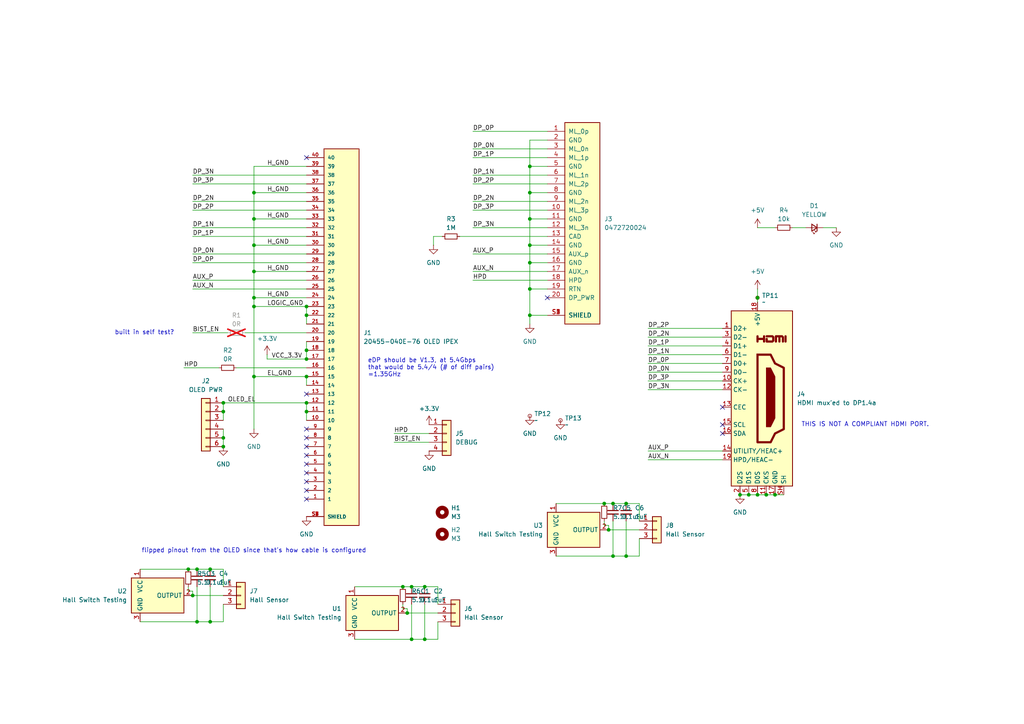
<source format=kicad_sch>
(kicad_sch (version 20240417) (generator "eeschema") (generator_version "8.99")
  (paper "A4")
  (lib_symbols
    (symbol "Connector:HDMI_A_1.4"
      (property "Reference" "J" (at -6.35 26.67 0))
      (property "Value" "HDMI_A_1.4" (at 10.16 26.67 0))
      (symbol "HDMI_A_1.4_0_0"
        (polyline (pts (xy 0 16.51) (xy 0 18.034) (xy 0 17.272) (xy 1.905 17.272) (xy 1.905 18.034) (xy 1.905 16.51)) (stroke (width 0.635)))
        (polyline (pts (xy 2.667 18.034) (xy 4.318 18.034) (xy 4.572 17.78) (xy 4.572 16.764) (xy 4.318 16.51) (xy 2.667 16.51) (xy 2.667 17.272)) (stroke (width 0.635)))
        (polyline (pts (xy 8.128 16.51) (xy 8.128 18.034)) (stroke (width 0.635)))
      )
      (symbol "HDMI_A_1.4_0_1"
        (rectangle (start -7.62 25.4) (end 10.16 -25.4) (stroke (width 0.254)) (fill (type background)))
        (polyline (pts (xy 0 12.7) (xy 0 -12.7) (xy 3.81 -12.7) (xy 5.08 -10.16) (xy 7.62 -8.89) (xy 7.62 8.89) (xy 5.08 10.16) (xy 3.81 12.7) (xy 0 12.7)) (stroke (width 0.635)))
        (polyline (pts (xy 2.54 8.89) (xy 3.81 8.89) (xy 5.08 6.35) (xy 5.08 -5.715) (xy 3.81 -8.255) (xy 2.54 -8.255) (xy 2.54 8.89)) (fill (type outline)))
        (polyline (pts (xy 5.334 16.51) (xy 5.334 18.034) (xy 6.35 18.034) (xy 6.35 16.51) (xy 6.35 18.034) (xy 7.112 18.034) (xy 7.366 17.78) (xy 7.366 16.51)) (stroke (width 0.635)))
      )
      (symbol "HDMI_A_1.4_1_1"
        (pin passive line (at -10.16 20.32 0) (length 2.54) (name "D2+") (number "1"))
        (pin passive line (at -10.16 5.08 0) (length 2.54) (name "CK+") (number "10"))
        (pin power_in line (at 2.54 -27.94 90) (length 2.54) (name "CKS") (number "11"))
        (pin passive line (at -10.16 2.54 0) (length 2.54) (name "CK-") (number "12"))
        (pin bidirectional line (at -10.16 -2.54 0) (length 2.54) (name "CEC") (number "13"))
        (pin passive line (at -10.16 -15.24 0) (length 2.54) (name "UTILITY/HEAC+") (number "14"))
        (pin passive line (at -10.16 -7.62 0) (length 2.54) (name "SCL") (number "15"))
        (pin bidirectional line (at -10.16 -10.16 0) (length 2.54) (name "SDA") (number "16"))
        (pin power_in line (at 5.08 -27.94 90) (length 2.54) (name "GND") (number "17"))
        (pin power_in line (at 0 27.94 270) (length 2.54) (name "+5V") (number "18"))
        (pin passive line (at -10.16 -17.78 0) (length 2.54) (name "HPD/HEAC-") (number "19"))
        (pin power_in line (at -5.08 -27.94 90) (length 2.54) (name "D2S") (number "2"))
        (pin passive line (at -10.16 17.78 0) (length 2.54) (name "D2-") (number "3"))
        (pin passive line (at -10.16 15.24 0) (length 2.54) (name "D1+") (number "4"))
        (pin power_in line (at -2.54 -27.94 90) (length 2.54) (name "D1S") (number "5"))
        (pin passive line (at -10.16 12.7 0) (length 2.54) (name "D1-") (number "6"))
        (pin passive line (at -10.16 10.16 0) (length 2.54) (name "D0+") (number "7"))
        (pin power_in line (at 0 -27.94 90) (length 2.54) (name "D0S") (number "8"))
        (pin passive line (at -10.16 7.62 0) (length 2.54) (name "D0-") (number "9"))
        (pin passive line (at 7.62 -27.94 90) (length 2.54) (name "SH") (number "SH"))
      )
    )
    (symbol "Connector:TestPoint_Small" (pin_numbers hide) (pin_names (offset 0.762) hide)
      (property "Reference" "TP" (at 0 3.81 0))
      (property "Value" "TestPoint_Small" (at 0 2.032 0))
      (symbol "TestPoint_Small_0_1"
        (circle (center 0 0) (radius 0.508))
      )
      (symbol "TestPoint_Small_1_1"
        (pin passive line (at 0 0 90) (length 0) (name "1") (number "1"))
      )
    )
    (symbol "Connector_Generic:Conn_01x03" (pin_names (offset 1.016) hide)
      (property "Reference" "J" (at 0 5.08 0))
      (property "Value" "Conn_01x03" (at 0 -5.08 0))
      (symbol "Conn_01x03_1_1"
        (rectangle (start -1.27 3.81) (end 1.27 -3.81) (stroke (width 0.254)) (fill (type background)))
        (rectangle (start -1.27 2.667) (end 0 2.413) (stroke (width 0.1524)))
        (rectangle (start -1.27 0.127) (end 0 -0.127) (stroke (width 0.1524)))
        (rectangle (start -1.27 -2.413) (end 0 -2.667) (stroke (width 0.1524)))
        (pin passive line (at -5.08 2.54 0) (length 3.81) (name "Pin_1") (number "1"))
        (pin passive line (at -5.08 0 0) (length 3.81) (name "Pin_2") (number "2"))
        (pin passive line (at -5.08 -2.54 0) (length 3.81) (name "Pin_3") (number "3"))
      )
    )
    (symbol "Connector_Generic:Conn_01x04" (pin_names (offset 1.016) hide)
      (property "Reference" "J" (at 0 5.08 0))
      (property "Value" "Conn_01x04" (at 0 -7.62 0))
      (symbol "Conn_01x04_1_1"
        (rectangle (start -1.27 3.81) (end 1.27 -6.35) (stroke (width 0.254)) (fill (type background)))
        (rectangle (start -1.27 2.667) (end 0 2.413) (stroke (width 0.1524)))
        (rectangle (start -1.27 0.127) (end 0 -0.127) (stroke (width 0.1524)))
        (rectangle (start -1.27 -2.413) (end 0 -2.667) (stroke (width 0.1524)))
        (rectangle (start -1.27 -4.953) (end 0 -5.207) (stroke (width 0.1524)))
        (pin passive line (at -5.08 2.54 0) (length 3.81) (name "Pin_1") (number "1"))
        (pin passive line (at -5.08 0 0) (length 3.81) (name "Pin_2") (number "2"))
        (pin passive line (at -5.08 -2.54 0) (length 3.81) (name "Pin_3") (number "3"))
        (pin passive line (at -5.08 -5.08 0) (length 3.81) (name "Pin_4") (number "4"))
      )
    )
    (symbol "Connector_Generic:Conn_01x06" (pin_names (offset 1.016) hide)
      (property "Reference" "J" (at 0 7.62 0))
      (property "Value" "Conn_01x06" (at 0 -10.16 0))
      (symbol "Conn_01x06_1_1"
        (rectangle (start -1.27 6.35) (end 1.27 -8.89) (stroke (width 0.254)) (fill (type background)))
        (rectangle (start -1.27 5.207) (end 0 4.953) (stroke (width 0.1524)))
        (rectangle (start -1.27 2.667) (end 0 2.413) (stroke (width 0.1524)))
        (rectangle (start -1.27 0.127) (end 0 -0.127) (stroke (width 0.1524)))
        (rectangle (start -1.27 -2.413) (end 0 -2.667) (stroke (width 0.1524)))
        (rectangle (start -1.27 -4.953) (end 0 -5.207) (stroke (width 0.1524)))
        (rectangle (start -1.27 -7.493) (end 0 -7.747) (stroke (width 0.1524)))
        (pin passive line (at -5.08 5.08 0) (length 3.81) (name "Pin_1") (number "1"))
        (pin passive line (at -5.08 2.54 0) (length 3.81) (name "Pin_2") (number "2"))
        (pin passive line (at -5.08 0 0) (length 3.81) (name "Pin_3") (number "3"))
        (pin passive line (at -5.08 -2.54 0) (length 3.81) (name "Pin_4") (number "4"))
        (pin passive line (at -5.08 -5.08 0) (length 3.81) (name "Pin_5") (number "5"))
        (pin passive line (at -5.08 -7.62 0) (length 3.81) (name "Pin_6") (number "6"))
      )
    )
    (symbol "DP Connector:0472720024" (pin_names (offset 1.016))
      (property "Reference" "J" (at -5.08 29.21 0))
      (property "Value" "0472720024" (at -5.08 -33.02 0))
      (symbol "0472720024_0_0"
        (rectangle (start -5.08 27.94) (end 5.08 -30.48) (stroke (width 0.254)) (fill (type background)))
        (pin passive line (at -10.16 25.4 0) (length 5.08) (name "ML_0p") (number "1"))
        (pin passive line (at -10.16 2.54 0) (length 5.08) (name "ML_3p") (number "10"))
        (pin passive line (at -10.16 0 0) (length 5.08) (name "GND") (number "11"))
        (pin passive line (at -10.16 -2.54 0) (length 5.08) (name "ML_3n") (number "12"))
        (pin passive line (at -10.16 -5.08 0) (length 5.08) (name "CAD") (number "13"))
        (pin passive line (at -10.16 -7.62 0) (length 5.08) (name "GND") (number "14"))
        (pin passive line (at -10.16 -10.16 0) (length 5.08) (name "AUX_p") (number "15"))
        (pin passive line (at -10.16 -12.7 0) (length 5.08) (name "GND") (number "16"))
        (pin passive line (at -10.16 -15.24 0) (length 5.08) (name "AUX_n") (number "17"))
        (pin passive line (at -10.16 -17.78 0) (length 5.08) (name "HPD") (number "18"))
        (pin passive line (at -10.16 -20.32 0) (length 5.08) (name "RTN") (number "19"))
        (pin passive line (at -10.16 22.86 0) (length 5.08) (name "GND") (number "2"))
        (pin passive line (at -10.16 -22.86 0) (length 5.08) (name "DP_PWR") (number "20"))
        (pin passive line (at -10.16 20.32 0) (length 5.08) (name "ML_0n") (number "3"))
        (pin passive line (at -10.16 17.78 0) (length 5.08) (name "ML_1p") (number "4"))
        (pin passive line (at -10.16 15.24 0) (length 5.08) (name "GND") (number "5"))
        (pin passive line (at -10.16 12.7 0) (length 5.08) (name "ML_1n") (number "6"))
        (pin passive line (at -10.16 10.16 0) (length 5.08) (name "ML_2p") (number "7"))
        (pin passive line (at -10.16 7.62 0) (length 5.08) (name "GND") (number "8"))
        (pin passive line (at -10.16 5.08 0) (length 5.08) (name "ML_2n") (number "9"))
        (pin passive line (at -10.16 -27.94 0) (length 5.08) (name "SHIELD") (number "S1"))
        (pin passive line (at -10.16 -27.94 0) (length 5.08) (name "SHIELD") (number "S2"))
        (pin passive line (at -10.16 -27.94 0) (length 5.08) (name "SHIELD") (number "S3"))
        (pin passive line (at -10.16 -27.94 0) (length 5.08) (name "SHIELD") (number "S4"))
      )
    )
    (symbol "Device:C_Small" (pin_numbers hide) (pin_names (offset 0.254) hide)
      (property "Reference" "C" (at 0.254 1.778 0))
      (property "Value" "C_Small" (at 0.254 -2.032 0))
      (symbol "C_Small_0_1"
        (polyline (pts (xy -1.524 0.508) (xy 1.524 0.508)) (stroke (width 0.3048)))
        (polyline (pts (xy -1.524 -0.508) (xy 1.524 -0.508)) (stroke (width 0.3302)))
      )
      (symbol "C_Small_1_1"
        (pin passive line (at 0 2.54 270) (length 2.032) (name "~") (number "1"))
        (pin passive line (at 0 -2.54 90) (length 2.032) (name "~") (number "2"))
      )
    )
    (symbol "Device:LED_Small" (pin_numbers hide) (pin_names (offset 0.254) hide)
      (property "Reference" "D" (at -1.27 3.175 0))
      (property "Value" "LED_Small" (at -4.445 -2.54 0))
      (symbol "LED_Small_0_1"
        (polyline (pts (xy -0.762 -1.016) (xy -0.762 1.016)) (stroke (width 0.254)))
        (polyline (pts (xy 0 0.762) (xy -0.508 1.27) (xy -0.254 1.27) (xy -0.508 1.27) (xy -0.508 1.016)))
        (polyline (pts (xy 0.508 1.27) (xy 0 1.778) (xy 0.254 1.778) (xy 0 1.778) (xy 0 1.524)))
        (polyline (pts (xy 0.762 -1.016) (xy -0.762 0) (xy 0.762 1.016) (xy 0.762 -1.016)) (stroke (width 0.254)))
        (polyline (pts (xy 1.016 0) (xy -0.762 0)))
      )
      (symbol "LED_Small_1_1"
        (pin passive line (at -2.54 0 0) (length 1.778) (name "K") (number "1"))
        (pin passive line (at 2.54 0 180) (length 1.778) (name "A") (number "2"))
      )
    )
    (symbol "Device:R_Small" (pin_numbers hide) (pin_names (offset 0.254) hide)
      (property "Reference" "R" (at 0.762 0.508 0))
      (property "Value" "R_Small" (at 0.762 -1.016 0))
      (symbol "R_Small_0_1"
        (rectangle (start -0.762 1.778) (end 0.762 -1.778) (stroke (width 0.2032)))
      )
      (symbol "R_Small_1_1"
        (pin passive line (at 0 2.54 270) (length 0.762) (name "~") (number "1"))
        (pin passive line (at 0 -2.54 90) (length 0.762) (name "~") (number "2"))
      )
    )
    (symbol "Mechanical:MountingHole" (pin_names (offset 1.016)) (exclude_from_sim yes) (in_bom no)
      (property "Reference" "H" (at 0 5.08 0))
      (property "Value" "MountingHole" (at 0 3.175 0))
      (symbol "MountingHole_0_1"
        (circle (center 0 0) (radius 1.27) (stroke (width 1.27)))
      )
    )
    (symbol "Sensor_Magnetic:SM351LT"
      (property "Reference" "U" (at 5.08 8.89 0))
      (property "Value" "SM351LT" (at 2.54 6.35 0))
      (symbol "SM351LT_0_1"
        (rectangle (start 7.62 5.08) (end -7.62 -5.08) (stroke (width 0.254)) (fill (type background)))
      )
      (symbol "SM351LT_1_1"
        (pin power_in line (at -5.08 7.62 270) (length 2.54) (name "VCC") (number "1"))
        (pin output line (at 10.16 0 180) (length 2.54) (name "OUTPUT") (number "2"))
        (pin power_in line (at -5.08 -7.62 90) (length 2.54) (name "GND") (number "3"))
      )
    )
    (symbol "eDP_Connector:20455-040E-76" (pin_names (offset 1.016))
      (property "Reference" "J" (at -5.08 54.102 0))
      (property "Value" "20455-040E-76" (at -5.08 -58.42 0))
      (symbol "20455-040E-76_0_0"
        (rectangle (start -5.08 53.34) (end 5.08 -55.88) (stroke (width 0.254)) (fill (type background)))
        (pin passive line (at -10.16 -48.26 0) (length 5.08) (name "1") (number "1"))
        (pin passive line (at -10.16 -25.4 0) (length 5.08) (name "10") (number "10"))
        (pin passive line (at -10.16 -22.86 0) (length 5.08) (name "11") (number "11"))
        (pin passive line (at -10.16 -20.32 0) (length 5.08) (name "12") (number "12"))
        (pin passive line (at -10.16 -17.78 0) (length 5.08) (name "13") (number "13"))
        (pin passive line (at -10.16 -15.24 0) (length 5.08) (name "14") (number "14"))
        (pin passive line (at -10.16 -12.7 0) (length 5.08) (name "15") (number "15"))
        (pin passive line (at -10.16 -10.16 0) (length 5.08) (name "16") (number "16"))
        (pin passive line (at -10.16 -7.62 0) (length 5.08) (name "17") (number "17"))
        (pin passive line (at -10.16 -5.08 0) (length 5.08) (name "18") (number "18"))
        (pin passive line (at -10.16 -2.54 0) (length 5.08) (name "19") (number "19"))
        (pin passive line (at -10.16 -45.72 0) (length 5.08) (name "2") (number "2"))
        (pin passive line (at -10.16 0 0) (length 5.08) (name "20") (number "20"))
        (pin passive line (at -10.16 2.54 0) (length 5.08) (name "21") (number "21"))
        (pin passive line (at -10.16 5.08 0) (length 5.08) (name "22") (number "22"))
        (pin passive line (at -10.16 7.62 0) (length 5.08) (name "23") (number "23"))
        (pin passive line (at -10.16 10.16 0) (length 5.08) (name "24") (number "24"))
        (pin passive line (at -10.16 12.7 0) (length 5.08) (name "25") (number "25"))
        (pin passive line (at -10.16 15.24 0) (length 5.08) (name "26") (number "26"))
        (pin passive line (at -10.16 17.78 0) (length 5.08) (name "27") (number "27"))
        (pin passive line (at -10.16 20.32 0) (length 5.08) (name "28") (number "28"))
        (pin passive line (at -10.16 22.86 0) (length 5.08) (name "29") (number "29"))
        (pin passive line (at -10.16 -43.18 0) (length 5.08) (name "3") (number "3"))
        (pin passive line (at -10.16 25.4 0) (length 5.08) (name "30") (number "30"))
        (pin passive line (at -10.16 27.94 0) (length 5.08) (name "31") (number "31"))
        (pin passive line (at -10.16 30.48 0) (length 5.08) (name "32") (number "32"))
        (pin passive line (at -10.16 33.02 0) (length 5.08) (name "33") (number "33"))
        (pin passive line (at -10.16 35.56 0) (length 5.08) (name "34") (number "34"))
        (pin passive line (at -10.16 38.1 0) (length 5.08) (name "35") (number "35"))
        (pin passive line (at -10.16 40.64 0) (length 5.08) (name "36") (number "36"))
        (pin passive line (at -10.16 43.18 0) (length 5.08) (name "37") (number "37"))
        (pin passive line (at -10.16 45.72 0) (length 5.08) (name "38") (number "38"))
        (pin passive line (at -10.16 48.26 0) (length 5.08) (name "39") (number "39"))
        (pin passive line (at -10.16 -40.64 0) (length 5.08) (name "4") (number "4"))
        (pin passive line (at -10.16 50.8 0) (length 5.08) (name "40") (number "40"))
        (pin passive line (at -10.16 -38.1 0) (length 5.08) (name "5") (number "5"))
        (pin passive line (at -10.16 -35.56 0) (length 5.08) (name "6") (number "6"))
        (pin passive line (at -10.16 -33.02 0) (length 5.08) (name "7") (number "7"))
        (pin passive line (at -10.16 -30.48 0) (length 5.08) (name "8") (number "8"))
        (pin passive line (at -10.16 -27.94 0) (length 5.08) (name "9") (number "9"))
        (pin passive line (at -10.16 -53.34 0) (length 5.08) (name "SHIELD") (number "S1"))
        (pin passive line (at -10.16 -53.34 0) (length 5.08) (name "SHIELD") (number "S2"))
        (pin passive line (at -10.16 -53.34 0) (length 5.08) (name "SHIELD") (number "S3"))
        (pin passive line (at -10.16 -53.34 0) (length 5.08) (name "SHIELD") (number "S4"))
      )
    )
    (symbol "power:+3.3V" (power) (pin_numbers hide) (pin_names (offset 0) hide)
      (property "Value" "+3.3V" (at 0 3.556 0))
      (symbol "+3.3V_0_1"
        (polyline (pts (xy -0.762 1.27) (xy 0 2.54)))
        (polyline (pts (xy 0 2.54) (xy 0.762 1.27)))
        (polyline (pts (xy 0 0) (xy 0 2.54)))
      )
      (symbol "+3.3V_1_1"
        (pin power_in line (at 0 0 90) (length 0) (name "~") (number "1"))
      )
    )
    (symbol "power:+5V" (power) (pin_numbers hide) (pin_names (offset 0) hide)
      (property "Value" "+5V" (at 0 3.556 0))
      (symbol "+5V_0_1"
        (polyline (pts (xy -0.762 1.27) (xy 0 2.54)))
        (polyline (pts (xy 0 2.54) (xy 0.762 1.27)))
        (polyline (pts (xy 0 0) (xy 0 2.54)))
      )
      (symbol "+5V_1_1"
        (pin power_in line (at 0 0 90) (length 0) (name "~") (number "1"))
      )
    )
    (symbol "power:GND" (power) (pin_numbers hide) (pin_names (offset 0) hide)
      (property "Value" "GND" (at 0 -3.81 0))
      (symbol "GND_0_1"
        (polyline (pts (xy 0 0) (xy 0 -1.27) (xy 1.27 -1.27) (xy 0 -2.54) (xy -1.27 -1.27) (xy 0 -1.27)))
      )
      (symbol "GND_1_1"
        (pin power_in line (at 0 0 270) (length 0) (name "~") (number "1"))
      )
    )
  )
  (text "THIS IS NOT A COMPLIANT HDMI PORT." (at 232.41 123.19 0) (effects (font (size 1.27 1.27)) (justify left)))
  (text "eDP should be V1.3, at 5.4Gbps\nthat would be 5.4/4 (# of diff pairs)\n=1.35GHz" (at 106.68 106.68 0) (effects (font (size 1.27 1.27)) (justify left)))
  (text "flipped pinout from the OLED since that's how cable is configured" (at 73.66 159.766 0) (effects (font (size 1.27 1.27))))
  (text "built in self test?" (at 41.91 96.52 0) (effects (font (size 1.27 1.27))))
  (junction (at 153.67 71.12))
  (junction (at 224.79 143.51))
  (junction (at 153.67 83.82))
  (junction (at 177.8 161.29))
  (junction (at 219.71 143.51))
  (junction (at 123.19 170.18))
  (junction (at 64.77 116.84))
  (junction (at 153.67 48.26))
  (junction (at 88.9 91.44))
  (junction (at 55.88 172.72))
  (junction (at 88.9 116.84))
  (junction (at 219.71 86.36))
  (junction (at 153.67 63.5))
  (junction (at 123.19 185.42))
  (junction (at 217.17 143.51))
  (junction (at 88.9 101.6))
  (junction (at 119.38 170.18))
  (junction (at 73.66 63.5))
  (junction (at 181.61 146.05))
  (junction (at 88.9 88.9))
  (junction (at 175.26 146.05))
  (junction (at 57.15 180.34))
  (junction (at 73.66 55.88))
  (junction (at 214.63 143.51))
  (junction (at 176.53 153.67))
  (junction (at 73.66 109.22))
  (junction (at 88.9 104.14))
  (junction (at 119.38 185.42))
  (junction (at 73.66 71.12))
  (junction (at 177.8 146.05))
  (junction (at 64.77 127))
  (junction (at 73.66 78.74))
  (junction (at 222.25 143.51))
  (junction (at 60.96 165.1))
  (junction (at 64.77 129.54))
  (junction (at 153.67 55.88))
  (junction (at 73.66 88.9))
  (junction (at 118.11 177.8))
  (junction (at 54.61 165.1))
  (junction (at 88.9 119.38))
  (junction (at 153.67 76.2))
  (junction (at 60.96 180.34))
  (junction (at 116.84 170.18))
  (junction (at 73.66 86.36))
  (junction (at 181.61 161.29))
  (junction (at 57.15 165.1))
  (junction (at 88.9 109.22))
  (junction (at 153.67 91.44))
  (junction (at 64.77 119.38))
  (no_connect (at 88.9 134.62))
  (no_connect (at 88.9 114.3))
  (no_connect (at 88.9 124.46))
  (no_connect (at 88.9 45.72))
  (no_connect (at 88.9 137.16))
  (no_connect (at 158.75 86.36))
  (no_connect (at 209.55 125.73))
  (no_connect (at 209.55 123.19))
  (no_connect (at 88.9 144.78))
  (no_connect (at 88.9 129.54))
  (no_connect (at 88.9 132.08))
  (no_connect (at 88.9 139.7))
  (no_connect (at 88.9 142.24))
  (no_connect (at 209.55 118.11))
  (no_connect (at 88.9 127))
  (wire (pts (xy 73.66 78.74) (xy 88.9 78.74)))
  (wire (pts (xy 73.66 86.36) (xy 73.66 78.74)))
  (wire (pts (xy 73.66 48.26) (xy 88.9 48.26)))
  (wire (pts (xy 64.77 127) (xy 64.77 129.54)))
  (wire (pts (xy 153.67 93.98) (xy 153.67 91.44)))
  (wire (pts (xy 177.8 161.29) (xy 181.61 161.29)))
  (wire (pts (xy 137.16 50.8) (xy 158.75 50.8)))
  (wire (pts (xy 57.15 170.18) (xy 57.15 180.34)))
  (wire (pts (xy 153.67 40.64) (xy 153.67 48.26)))
  (wire (pts (xy 153.67 55.88) (xy 153.67 63.5)))
  (wire (pts (xy 88.9 91.44) (xy 88.9 93.98)))
  (wire (pts (xy 55.88 60.96) (xy 88.9 60.96)))
  (wire (pts (xy 73.66 109.22) (xy 73.66 124.46)))
  (wire (pts (xy 55.88 171.45) (xy 55.88 172.72)))
  (wire (pts (xy 64.77 116.84) (xy 64.77 119.38)))
  (wire (pts (xy 116.84 176.53) (xy 118.11 176.53)))
  (wire (pts (xy 54.61 165.1) (xy 57.15 165.1)))
  (wire (pts (xy 158.75 63.5) (xy 153.67 63.5)))
  (wire (pts (xy 73.66 55.88) (xy 73.66 48.26)))
  (wire (pts (xy 55.88 50.8) (xy 88.9 50.8)))
  (wire (pts (xy 123.19 185.42) (xy 127 185.42)))
  (wire (pts (xy 123.19 170.18) (xy 127 170.18)))
  (wire (pts (xy 153.67 63.5) (xy 153.67 71.12)))
  (wire (pts (xy 137.16 81.28) (xy 158.75 81.28)))
  (wire (pts (xy 88.9 119.38) (xy 88.9 121.92)))
  (wire (pts (xy 137.16 38.1) (xy 158.75 38.1)))
  (wire (pts (xy 176.53 152.4) (xy 176.53 153.67)))
  (wire (pts (xy 137.16 73.66) (xy 158.75 73.66)))
  (wire (pts (xy 114.3 125.73) (xy 124.46 125.73)))
  (wire (pts (xy 214.63 143.51) (xy 217.17 143.51)))
  (wire (pts (xy 219.71 86.36) (xy 219.71 87.63)))
  (wire (pts (xy 187.96 100.33) (xy 209.55 100.33)))
  (wire (pts (xy 77.47 104.14) (xy 77.47 102.87)))
  (wire (pts (xy 222.25 143.51) (xy 224.79 143.51)))
  (wire (pts (xy 219.71 83.82) (xy 219.71 86.36)))
  (wire (pts (xy 64.77 124.46) (xy 64.77 127)))
  (wire (pts (xy 161.29 161.29) (xy 177.8 161.29)))
  (wire (pts (xy 187.96 133.35) (xy 209.55 133.35)))
  (wire (pts (xy 57.15 180.34) (xy 60.96 180.34)))
  (wire (pts (xy 114.3 128.27) (xy 124.46 128.27)))
  (wire (pts (xy 158.75 48.26) (xy 153.67 48.26)))
  (wire (pts (xy 73.66 71.12) (xy 73.66 63.5)))
  (wire (pts (xy 88.9 88.9) (xy 88.9 91.44)))
  (wire (pts (xy 40.64 180.34) (xy 57.15 180.34)))
  (wire (pts (xy 187.96 102.87) (xy 209.55 102.87)))
  (wire (pts (xy 88.9 99.06) (xy 88.9 101.6)))
  (wire (pts (xy 219.71 66.04) (xy 224.79 66.04)))
  (wire (pts (xy 55.88 83.82) (xy 88.9 83.82)))
  (wire (pts (xy 187.96 105.41) (xy 209.55 105.41)))
  (wire (pts (xy 238.76 66.04) (xy 242.57 66.04)))
  (wire (pts (xy 54.61 170.18) (xy 54.61 171.45)))
  (wire (pts (xy 153.67 71.12) (xy 153.67 76.2)))
  (wire (pts (xy 55.88 81.28) (xy 88.9 81.28)))
  (wire (pts (xy 55.88 172.72) (xy 64.77 172.72)))
  (wire (pts (xy 137.16 66.04) (xy 158.75 66.04)))
  (wire (pts (xy 60.96 180.34) (xy 64.77 180.34)))
  (wire (pts (xy 123.19 175.26) (xy 123.19 185.42)))
  (wire (pts (xy 187.96 130.81) (xy 209.55 130.81)))
  (wire (pts (xy 176.53 153.67) (xy 185.42 153.67)))
  (wire (pts (xy 73.66 86.36) (xy 88.9 86.36)))
  (wire (pts (xy 137.16 60.96) (xy 158.75 60.96)))
  (wire (pts (xy 88.9 116.84) (xy 88.9 119.38)))
  (wire (pts (xy 73.66 71.12) (xy 88.9 71.12)))
  (wire (pts (xy 175.26 152.4) (xy 176.53 152.4)))
  (wire (pts (xy 219.71 143.51) (xy 222.25 143.51)))
  (wire (pts (xy 55.88 66.04) (xy 88.9 66.04)))
  (wire (pts (xy 153.67 83.82) (xy 153.67 91.44)))
  (wire (pts (xy 53.34 106.68) (xy 63.5 106.68)))
  (wire (pts (xy 187.96 110.49) (xy 209.55 110.49)))
  (wire (pts (xy 175.26 151.13) (xy 175.26 152.4)))
  (wire (pts (xy 127 170.18) (xy 127 175.26)))
  (wire (pts (xy 73.66 63.5) (xy 88.9 63.5)))
  (wire (pts (xy 185.42 146.05) (xy 185.42 151.13)))
  (wire (pts (xy 229.87 66.04) (xy 233.68 66.04)))
  (wire (pts (xy 125.73 71.12) (xy 125.73 68.58)))
  (wire (pts (xy 64.77 116.84) (xy 88.9 116.84)))
  (wire (pts (xy 137.16 78.74) (xy 158.75 78.74)))
  (wire (pts (xy 153.67 91.44) (xy 158.75 91.44)))
  (wire (pts (xy 119.38 170.18) (xy 123.19 170.18)))
  (wire (pts (xy 175.26 146.05) (xy 177.8 146.05)))
  (wire (pts (xy 102.87 185.42) (xy 119.38 185.42)))
  (wire (pts (xy 153.67 76.2) (xy 153.67 83.82)))
  (wire (pts (xy 224.79 143.51) (xy 227.33 143.51)))
  (wire (pts (xy 73.66 109.22) (xy 88.9 109.22)))
  (wire (pts (xy 158.75 71.12) (xy 153.67 71.12)))
  (wire (pts (xy 177.8 151.13) (xy 177.8 161.29)))
  (wire (pts (xy 119.38 175.26) (xy 119.38 185.42)))
  (wire (pts (xy 185.42 161.29) (xy 185.42 156.21)))
  (wire (pts (xy 153.67 48.26) (xy 153.67 55.88)))
  (wire (pts (xy 71.12 96.52) (xy 88.9 96.52)))
  (wire (pts (xy 73.66 88.9) (xy 73.66 86.36)))
  (wire (pts (xy 161.29 146.05) (xy 175.26 146.05)))
  (wire (pts (xy 158.75 68.58) (xy 133.35 68.58)))
  (wire (pts (xy 181.61 146.05) (xy 185.42 146.05)))
  (wire (pts (xy 181.61 151.13) (xy 181.61 161.29)))
  (wire (pts (xy 137.16 43.18) (xy 158.75 43.18)))
  (wire (pts (xy 187.96 113.03) (xy 209.55 113.03)))
  (wire (pts (xy 102.87 170.18) (xy 116.84 170.18)))
  (wire (pts (xy 187.96 107.95) (xy 209.55 107.95)))
  (wire (pts (xy 55.88 68.58) (xy 88.9 68.58)))
  (wire (pts (xy 158.75 55.88) (xy 153.67 55.88)))
  (wire (pts (xy 181.61 161.29) (xy 185.42 161.29)))
  (wire (pts (xy 158.75 40.64) (xy 153.67 40.64)))
  (wire (pts (xy 73.66 88.9) (xy 73.66 109.22)))
  (wire (pts (xy 118.11 177.8) (xy 127 177.8)))
  (wire (pts (xy 127 185.42) (xy 127 180.34)))
  (wire (pts (xy 73.66 88.9) (xy 88.9 88.9)))
  (wire (pts (xy 137.16 58.42) (xy 158.75 58.42)))
  (wire (pts (xy 187.96 95.25) (xy 209.55 95.25)))
  (wire (pts (xy 54.61 171.45) (xy 55.88 171.45)))
  (wire (pts (xy 64.77 119.38) (xy 64.77 121.92)))
  (wire (pts (xy 88.9 109.22) (xy 88.9 111.76)))
  (wire (pts (xy 88.9 101.6) (xy 88.9 104.14)))
  (wire (pts (xy 125.73 68.58) (xy 128.27 68.58)))
  (wire (pts (xy 137.16 45.72) (xy 158.75 45.72)))
  (wire (pts (xy 116.84 170.18) (xy 119.38 170.18)))
  (wire (pts (xy 64.77 165.1) (xy 64.77 170.18)))
  (wire (pts (xy 187.96 97.79) (xy 209.55 97.79)))
  (wire (pts (xy 73.66 78.74) (xy 73.66 71.12)))
  (wire (pts (xy 60.96 170.18) (xy 60.96 180.34)))
  (wire (pts (xy 55.88 58.42) (xy 88.9 58.42)))
  (wire (pts (xy 73.66 55.88) (xy 88.9 55.88)))
  (wire (pts (xy 118.11 176.53) (xy 118.11 177.8)))
  (wire (pts (xy 73.66 63.5) (xy 73.66 55.88)))
  (wire (pts (xy 55.88 53.34) (xy 88.9 53.34)))
  (wire (pts (xy 119.38 185.42) (xy 123.19 185.42)))
  (wire (pts (xy 57.15 165.1) (xy 60.96 165.1)))
  (wire (pts (xy 158.75 76.2) (xy 153.67 76.2)))
  (wire (pts (xy 64.77 180.34) (xy 64.77 175.26)))
  (wire (pts (xy 158.75 83.82) (xy 153.67 83.82)))
  (wire (pts (xy 55.88 76.2) (xy 88.9 76.2)))
  (wire (pts (xy 68.58 106.68) (xy 88.9 106.68)))
  (wire (pts (xy 55.88 96.52) (xy 66.04 96.52)))
  (wire (pts (xy 55.88 73.66) (xy 88.9 73.66)))
  (wire (pts (xy 40.64 165.1) (xy 54.61 165.1)))
  (wire (pts (xy 60.96 165.1) (xy 64.77 165.1)))
  (wire (pts (xy 177.8 146.05) (xy 181.61 146.05)))
  (wire (pts (xy 77.47 104.14) (xy 88.9 104.14)))
  (wire (pts (xy 137.16 53.34) (xy 158.75 53.34)))
  (wire (pts (xy 217.17 143.51) (xy 219.71 143.51)))
  (wire (pts (xy 116.84 175.26) (xy 116.84 176.53)))
  (label "BIST_EN" (at 55.88 96.52 0))
  (label "DP_1N" (at 187.96 102.87 0))
  (label "AUX_P" (at 137.16 73.66 0))
  (label "AUX_N" (at 55.88 83.82 0))
  (label "H_GND" (at 77.47 48.26 0))
  (label "DP_1N" (at 55.88 66.04 0))
  (label "AUX_N" (at 187.96 133.35 0))
  (label "EL_GND" (at 77.47 109.22 0))
  (label "DP_1N" (at 137.16 50.8 0))
  (label "H_GND" (at 77.47 63.5 0))
  (label "DP_2N" (at 55.88 58.42 0))
  (label "BIST_EN" (at 114.3 128.27 0))
  (label "OLED_EL" (at 66.04 116.84 0))
  (label "DP_2P" (at 187.96 95.25 0))
  (label "DP_3P" (at 137.16 60.96 0))
  (label "DP_3N" (at 187.96 113.03 0))
  (label "H_GND" (at 77.47 86.36 0))
  (label "HPD" (at 114.3 125.73 0))
  (label "DP_2P" (at 55.88 60.96 0))
  (label "DP_3N" (at 137.16 66.04 0))
  (label "HPD" (at 53.34 106.68 0))
  (label "AUX_N" (at 137.16 78.74 0))
  (label "H_GND" (at 77.47 71.12 0))
  (label "DP_0N" (at 187.96 107.95 0))
  (label "H_GND" (at 77.47 55.88 0))
  (label "DP_3N" (at 55.88 50.8 0))
  (label "DP_0P" (at 55.88 76.2 0))
  (label "LOGIC_GND" (at 77.47 88.9 0))
  (label "VCC_3.3V" (at 78.74 104.14 0))
  (label "DP_0N" (at 137.16 43.18 0))
  (label "AUX_P" (at 55.88 81.28 0))
  (label "DP_2P" (at 137.16 53.34 0))
  (label "DP_0P" (at 187.96 105.41 0))
  (label "DP_1P" (at 137.16 45.72 0))
  (label "AUX_P" (at 187.96 130.81 0))
  (label "DP_1P" (at 55.88 68.58 0))
  (label "H_GND" (at 77.47 78.74 0))
  (label "DP_1P" (at 187.96 100.33 0))
  (label "DP_0N" (at 55.88 73.66 0))
  (label "DP_2N" (at 137.16 58.42 0))
  (label "DP_0P" (at 137.16 38.1 0))
  (label "DP_3P" (at 187.96 110.49 0))
  (label "HPD" (at 137.16 81.28 0))
  (label "DP_3P" (at 55.88 53.34 0))
  (label "DP_2N" (at 187.96 97.79 0))
  (symbol (lib_id "Device:R_Small") (at 227.33 66.04 90) (unit 1)
    (property "Reference" "R4" (at 227.33 60.96 90))
    (property "Value" "10k" (at 227.33 63.5 90))
    (property "Footprint" "Resistor_SMD:R_0603_1608Metric" (effects (hide yes)))
    (property "Description" "Resistor, small symbol" (effects (hide yes)))
  )
  (symbol (lib_id "Device:C_Small") (at 57.15 167.64 0) (unit 1)
    (property "Reference" "C3" (at 59.69 166.3762 0) (effects (justify left)))
    (property "Value" "0.1uF" (at 59.69 168.9162 0) (effects (justify left)))
    (property "Footprint" "Capacitor_SMD:C_0402_1005Metric" (effects (hide yes)))
    (property "Description" "Unpolarized capacitor, small symbol" (effects (hide yes)))
  )
  (symbol (lib_id "Connector:TestPoint_Small") (at 153.67 120.65 0) (unit 1)
    (property "Reference" "TP12" (at 154.94 120.0149 0) (effects (justify left)))
    (property "Value" "~" (at 154.94 121.92 0) (effects (justify left)))
    (property "Footprint" "TestPoint:TestPoint_THTPad_D2.0mm_Drill1.0mm" (effects (hide yes)))
    (property "Description" "test point" (effects (hide yes)))
  )
  (symbol (lib_id "power:+3.3V") (at 77.47 102.87 0) (unit 1)
    (property "Reference" "#PWR01" (effects (hide yes)))
    (property "Value" "+3.3V" (at 77.47 98.2098 0))
    (property "Description" "Power symbol creates a global label with name \"+3.3V\"" (effects (hide yes)))
  )
  (symbol (lib_id "power:GND") (at 242.57 66.04 0) (unit 1)
    (property "Reference" "#PWR014" (effects (hide yes)))
    (property "Value" "GND" (at 242.57 71.12 0))
    (property "Description" "Power symbol creates a global label with name \"GND\" , ground" (effects (hide yes)))
  )
  (symbol (lib_id "Mechanical:MountingHole") (at 128.27 154.94 0) (unit 1) (exclude_from_sim yes) (in_bom no)
    (property "Reference" "H2" (at 130.81 153.6699 0) (effects (justify left)))
    (property "Value" "M3" (at 130.81 156.2099 0) (effects (justify left)))
    (property "Footprint" "MountingHole:MountingHole_3.2mm_M3_Pad_Via" (effects (hide yes)))
    (property "Description" "Mounting Hole without connection" (effects (hide yes)))
  )
  (symbol (lib_id "Device:C_Small") (at 123.19 172.72 0) (unit 1)
    (property "Reference" "C2" (at 125.73 171.4562 0) (effects (justify left)))
    (property "Value" "1uF" (at 125.73 173.9962 0) (effects (justify left)))
    (property "Footprint" "Capacitor_SMD:C_0402_1005Metric" (effects (hide yes)))
    (property "Description" "Unpolarized capacitor, small symbol" (effects (hide yes)))
  )
  (symbol (lib_id "Connector:HDMI_A_1.4") (at 219.71 115.57 0) (unit 1)
    (property "Reference" "J4" (at 231.14 114.2999 0) (effects (justify left)))
    (property "Value" "HDMI mux'ed to DP1.4a" (at 231.14 116.8399 0) (effects (justify left)))
    (property "Footprint" "Connector_Video:HDMI_A_Molex_208658-1001_Horizontal" (effects (hide yes)))
    (property "Datasheet" "https://en.wikipedia.org/wiki/HDMI" (effects (hide yes)))
    (property "Description" "HDMI 1.4+ type A connector" (effects (hide yes)))
  )
  (symbol (lib_id "power:GND") (at 153.67 93.98 0) (unit 1)
    (property "Reference" "#PWR09" (effects (hide yes)))
    (property "Value" "GND" (at 153.67 99.06 0))
    (property "Description" "Power symbol creates a global label with name \"GND\" , ground" (effects (hide yes)))
  )
  (symbol (lib_id "Connector_Generic:Conn_01x03") (at 190.5 153.67 0) (unit 1)
    (property "Reference" "J8" (at 193.04 152.3999 0) (effects (justify left)))
    (property "Value" "Hall Sensor" (at 193.04 154.9399 0) (effects (justify left)))
    (property "Footprint" "Connector_PinHeader_2.54mm:PinHeader_1x03_P2.54mm_Vertical" (effects (hide yes)))
    (property "Description" "Generic connector, single row, 01x03, script generated (kicad-library-utils/schlib/autogen/connector/)" (effects (hide yes)))
  )
  (symbol (lib_id "Sensor_Magnetic:SM351LT") (at 45.72 172.72 0) (unit 1)
    (property "Reference" "U2" (at 36.83 171.4499 0) (effects (justify right)))
    (property "Value" "Hall Switch Testing" (at 36.83 173.9899 0) (effects (justify right)))
    (property "Footprint" "Package_TO_SOT_SMD:SOT-23" (effects (hide yes)))
    (property "Datasheet" "https://sensing.honeywell.com/honeywell-sensing-nanopower-series-product-sheet-50095501-a-en.pdf" (effects (hide yes)))
    (property "Description" "Hall Effect Switch, SOT-23" (effects (hide yes)))
  )
  (symbol (lib_id "Sensor_Magnetic:SM351LT") (at 107.95 177.8 0) (unit 1)
    (property "Reference" "U1" (at 99.06 176.5299 0) (effects (justify right)))
    (property "Value" "Hall Switch Testing" (at 99.06 179.0699 0) (effects (justify right)))
    (property "Footprint" "Package_TO_SOT_SMD:SOT-23" (effects (hide yes)))
    (property "Datasheet" "https://sensing.honeywell.com/honeywell-sensing-nanopower-series-product-sheet-50095501-a-en.pdf" (effects (hide yes)))
    (property "Description" "Hall Effect Switch, SOT-23" (effects (hide yes)))
  )
  (symbol (lib_id "Device:R_Small") (at 130.81 68.58 270) (unit 1)
    (property "Reference" "R3" (at 130.81 63.5 90))
    (property "Value" "1M" (at 130.81 66.04 90))
    (property "Footprint" "Resistor_SMD:R_0603_1608Metric" (effects (hide yes)))
    (property "Description" "Resistor, small symbol" (effects (hide yes)))
  )
  (symbol (lib_id "Connector:TestPoint_Small") (at 162.56 121.92 0) (unit 1)
    (property "Reference" "TP13" (at 163.83 121.2849 0) (effects (justify left)))
    (property "Value" "~" (at 163.83 123.19 0) (effects (justify left)))
    (property "Footprint" "TestPoint:TestPoint_THTPad_D2.0mm_Drill1.0mm" (effects (hide yes)))
    (property "Description" "test point" (effects (hide yes)))
  )
  (symbol (lib_id "Device:C_Small") (at 177.8 148.59 0) (unit 1)
    (property "Reference" "C5" (at 180.34 147.3262 0) (effects (justify left)))
    (property "Value" "0.1uF" (at 180.34 149.8662 0) (effects (justify left)))
    (property "Footprint" "Capacitor_SMD:C_0402_1005Metric" (effects (hide yes)))
    (property "Description" "Unpolarized capacitor, small symbol" (effects (hide yes)))
  )
  (symbol (lib_id "Device:C_Small") (at 181.61 148.59 0) (unit 1)
    (property "Reference" "C6" (at 184.15 147.3262 0) (effects (justify left)))
    (property "Value" "1uF" (at 184.15 149.8662 0) (effects (justify left)))
    (property "Footprint" "Capacitor_SMD:C_0402_1005Metric" (effects (hide yes)))
    (property "Description" "Unpolarized capacitor, small symbol" (effects (hide yes)))
  )
  (symbol (lib_id "Connector_Generic:Conn_01x04") (at 129.54 125.73 0) (unit 1)
    (property "Reference" "J5" (at 132.08 125.7299 0) (effects (justify left)))
    (property "Value" "DEBUG" (at 132.08 128.2699 0) (effects (justify left)))
    (property "Footprint" "Connector_PinHeader_2.54mm:PinHeader_1x04_P2.54mm_Vertical" (effects (hide yes)))
    (property "Description" "Generic connector, single row, 01x04, script generated (kicad-library-utils/schlib/autogen/connector/)" (effects (hide yes)))
  )
  (symbol (lib_id "power:GND") (at 88.9 149.86 0) (unit 1)
    (property "Reference" "#PWR06" (effects (hide yes)))
    (property "Value" "GND" (at 88.9 154.94 0))
    (property "Description" "Power symbol creates a global label with name \"GND\" , ground" (effects (hide yes)))
  )
  (symbol (lib_id "Device:R_Small") (at 68.58 96.52 90) (unit 1) (in_bom no) (dnp yes)
    (property "Reference" "R1" (at 68.58 91.44 90))
    (property "Value" "0R" (at 68.58 93.98 90))
    (property "Footprint" "Resistor_SMD:R_0603_1608Metric" (effects (hide yes)))
    (property "Description" "Resistor, small symbol" (effects (hide yes)))
  )
  (symbol (lib_id "eDP_Connector:20455-040E-76") (at 99.06 96.52 0) (unit 1)
    (property "Reference" "J1" (at 105.41 96.5199 0) (effects (justify left)))
    (property "Value" "20455-040E-76 OLED IPEX" (at 105.41 99.0599 0) (effects (justify left)))
    (property "Footprint" "eDP_Connector:IPEX_20455-040E-76" (effects (hide yes)))
    (property "MF" "I-PEX" (effects (hide yes)))
    (property "Description_1" "\n40 POS Right Angle SMD 0.5 mm pitch, Horizontal mating type Micro-coaxial and FPC connector with mechanical lock (VESA standard connector) CABLINE-VS Receptacle\n" (effects (hide yes)))
    (property "Package" "None" (effects (hide yes)))
    (property "Price" "None" (effects (hide yes)))
    (property "Check_prices" "https://www.snapeda.com/parts/20455-040E-76/I-PEX/view-part/?ref=eda" (effects (hide yes)))
    (property "STANDARD" "Manufacturer Recommendations" (effects (hide yes)))
    (property "SnapEDA_Link" "https://www.snapeda.com/parts/20455-040E-76/I-PEX/view-part/?ref=snap" (effects (hide yes)))
    (property "MP" "20455-040E-76" (effects (hide yes)))
    (property "Availability" "In Stock" (effects (hide yes)))
    (property "MANUFACTURER" "I-PEX" (effects (hide yes)))
  )
  (symbol (lib_id "Device:R_Small") (at 66.04 106.68 90) (unit 1)
    (property "Reference" "R2" (at 66.04 101.6 90))
    (property "Value" "0R" (at 66.04 104.14 90))
    (property "Footprint" "Resistor_SMD:R_0603_1608Metric" (effects (hide yes)))
    (property "Description" "Resistor, small symbol" (effects (hide yes)))
  )
  (symbol (lib_id "power:GND") (at 124.46 130.81 0) (unit 1)
    (property "Reference" "#PWR010" (effects (hide yes)))
    (property "Value" "GND" (at 124.46 135.89 0))
    (property "Description" "Power symbol creates a global label with name \"GND\" , ground" (effects (hide yes)))
  )
  (symbol (lib_id "power:GND") (at 125.73 71.12 0) (unit 1)
    (property "Reference" "#PWR08" (effects (hide yes)))
    (property "Value" "GND" (at 125.73 76.2 0))
    (property "Description" "Power symbol creates a global label with name \"GND\" , ground" (effects (hide yes)))
  )
  (symbol (lib_id "power:GND") (at 64.77 129.54 0) (unit 1)
    (property "Reference" "#PWR05" (effects (hide yes)))
    (property "Value" "GND" (at 64.77 134.62 0))
    (property "Description" "Power symbol creates a global label with name \"GND\" , ground" (effects (hide yes)))
  )
  (symbol (lib_id "Connector_Generic:Conn_01x06") (at 59.69 121.92 0) (mirror y) (unit 1)
    (property "Reference" "J2" (at 59.69 110.49 0))
    (property "Value" "OLED PWR" (at 59.69 113.03 0))
    (property "Footprint" "Connector_PinHeader_2.54mm:PinHeader_1x06_P2.54mm_Vertical" (effects (hide yes)))
    (property "Description" "Generic connector, single row, 01x06, script generated (kicad-library-utils/schlib/autogen/connector/)" (effects (hide yes)))
  )
  (symbol (lib_id "Mechanical:MountingHole") (at 128.27 148.59 0) (unit 1) (exclude_from_sim yes) (in_bom no)
    (property "Reference" "H1" (at 130.81 147.3199 0) (effects (justify left)))
    (property "Value" "M3" (at 130.81 149.8599 0) (effects (justify left)))
    (property "Footprint" "MountingHole:MountingHole_3.2mm_M3_Pad_Via" (effects (hide yes)))
    (property "Description" "Mounting Hole without connection" (effects (hide yes)))
  )
  (symbol (lib_id "power:+5V") (at 219.71 83.82 0) (unit 1)
    (property "Reference" "#PWR07" (effects (hide yes)))
    (property "Value" "+5V" (at 219.71 78.74 0))
    (property "Description" "Power symbol creates a global label with name \"+5V\"" (effects (hide yes)))
  )
  (symbol (lib_id "power:GND") (at 153.67 120.65 0) (unit 1)
    (property "Reference" "#PWR011" (effects (hide yes)))
    (property "Value" "GND" (at 153.67 125.73 0))
    (property "Description" "Power symbol creates a global label with name \"GND\" , ground" (effects (hide yes)))
  )
  (symbol (lib_id "power:GND") (at 162.56 121.92 0) (unit 1)
    (property "Reference" "#PWR012" (effects (hide yes)))
    (property "Value" "GND" (at 162.56 127 0))
    (property "Description" "Power symbol creates a global label with name \"GND\" , ground" (effects (hide yes)))
  )
  (symbol (lib_id "Device:C_Small") (at 60.96 167.64 0) (unit 1)
    (property "Reference" "C4" (at 63.5 166.3762 0) (effects (justify left)))
    (property "Value" "1uF" (at 63.5 168.9162 0) (effects (justify left)))
    (property "Footprint" "Capacitor_SMD:C_0402_1005Metric" (effects (hide yes)))
    (property "Description" "Unpolarized capacitor, small symbol" (effects (hide yes)))
  )
  (symbol (lib_id "Device:R_Small") (at 116.84 172.72 0) (unit 1)
    (property "Reference" "R6" (at 119.38 171.4499 0) (effects (justify left)))
    (property "Value" "5.1k" (at 119.38 173.9899 0) (effects (justify left)))
    (property "Footprint" "Resistor_SMD:R_0603_1608Metric" (effects (hide yes)))
    (property "Description" "Resistor, small symbol" (effects (hide yes)))
  )
  (symbol (lib_id "Device:R_Small") (at 54.61 167.64 0) (unit 1)
    (property "Reference" "R5" (at 57.15 166.3699 0) (effects (justify left)))
    (property "Value" "5.1k" (at 57.15 168.9099 0) (effects (justify left)))
    (property "Footprint" "Resistor_SMD:R_0603_1608Metric" (effects (hide yes)))
    (property "Description" "Resistor, small symbol" (effects (hide yes)))
  )
  (symbol (lib_id "power:GND") (at 73.66 124.46 0) (unit 1)
    (property "Reference" "#PWR04" (effects (hide yes)))
    (property "Value" "GND" (at 73.66 129.54 0))
    (property "Description" "Power symbol creates a global label with name \"GND\" , ground" (effects (hide yes)))
  )
  (symbol (lib_id "Device:LED_Small") (at 236.22 66.04 180) (unit 1)
    (property "Reference" "D1" (at 236.1565 59.69 0))
    (property "Value" "YELLOW" (at 236.1565 62.23 0))
    (property "Footprint" "LED_SMD:LED_0603_1608Metric" (effects (hide yes)))
    (property "Description" "Light emitting diode, small symbol" (effects (hide yes)))
  )
  (symbol (lib_id "power:GND") (at 214.63 143.51 0) (unit 1)
    (property "Reference" "#PWR03" (effects (hide yes)))
    (property "Value" "GND" (at 214.63 148.59 0))
    (property "Description" "Power symbol creates a global label with name \"GND\" , ground" (effects (hide yes)))
  )
  (symbol (lib_id "DP Connector:0472720024") (at 168.91 63.5 0) (unit 1)
    (property "Reference" "J3" (at 175.26 63.4999 0) (effects (justify left)))
    (property "Value" "0472720024" (at 175.26 66.0399 0) (effects (justify left)))
    (property "Footprint" "DP_Connector:MOLEX_0472720024" (effects (hide yes)))
    (property "MF" "Molex" (effects (hide yes)))
    (property "MAXIMUM_PACKAGE_HEIGHT" "6.65mm" (effects (hide yes)))
    (property "Package" "None" (effects (hide yes)))
    (property "Price" "None" (effects (hide yes)))
    (property "Check_prices" "https://www.snapeda.com/parts/0472720024/Molex/view-part/?ref=eda" (effects (hide yes)))
    (property "STANDARD" "Manufacturer Recommendations" (effects (hide yes)))
    (property "PARTREV" "D" (effects (hide yes)))
    (property "SnapEDA_Link" "https://www.snapeda.com/parts/0472720024/Molex/view-part/?ref=snap" (effects (hide yes)))
    (property "MP" "0472720024" (effects (hide yes)))
    (property "Description_1" "\nDisplayPort - Receptacle Connector 20 Position Surface Mount, Right Angle; Through Hole\n" (effects (hide yes)))
    (property "Availability" "In Stock" (effects (hide yes)))
    (property "MANUFACTURER" "Molex" (effects (hide yes)))
  )
  (symbol (lib_id "power:+3.3V") (at 124.46 123.19 0) (unit 1)
    (property "Reference" "#PWR02" (effects (hide yes)))
    (property "Value" "+3.3V" (at 124.46 118.5298 0))
    (property "Description" "Power symbol creates a global label with name \"+3.3V\"" (effects (hide yes)))
  )
  (symbol (lib_id "Device:C_Small") (at 119.38 172.72 0) (unit 1)
    (property "Reference" "C1" (at 121.92 171.4562 0) (effects (justify left)))
    (property "Value" "0.1uF" (at 121.92 173.9962 0) (effects (justify left)))
    (property "Footprint" "Capacitor_SMD:C_0402_1005Metric" (effects (hide yes)))
    (property "Description" "Unpolarized capacitor, small symbol" (effects (hide yes)))
  )
  (symbol (lib_id "power:+5V") (at 219.71 66.04 0) (unit 1)
    (property "Reference" "#PWR013" (effects (hide yes)))
    (property "Value" "+5V" (at 219.71 60.96 0))
    (property "Description" "Power symbol creates a global label with name \"+5V\"" (effects (hide yes)))
  )
  (symbol (lib_id "Connector_Generic:Conn_01x03") (at 132.08 177.8 0) (unit 1)
    (property "Reference" "J6" (at 134.62 176.5299 0) (effects (justify left)))
    (property "Value" "Hall Sensor" (at 134.62 179.0699 0) (effects (justify left)))
    (property "Footprint" "Connector_PinHeader_2.54mm:PinHeader_1x03_P2.54mm_Vertical" (effects (hide yes)))
    (property "Description" "Generic connector, single row, 01x03, script generated (kicad-library-utils/schlib/autogen/connector/)" (effects (hide yes)))
  )
  (symbol (lib_id "Device:R_Small") (at 175.26 148.59 0) (unit 1)
    (property "Reference" "R7" (at 177.8 147.3199 0) (effects (justify left)))
    (property "Value" "5.1k" (at 177.8 149.8599 0) (effects (justify left)))
    (property "Footprint" "Resistor_SMD:R_0603_1608Metric" (effects (hide yes)))
    (property "Description" "Resistor, small symbol" (effects (hide yes)))
  )
  (symbol (lib_id "Connector:TestPoint_Small") (at 219.71 86.36 0) (unit 1)
    (property "Reference" "TP11" (at 220.98 85.7249 0) (effects (justify left)))
    (property "Value" "~" (at 220.98 87.63 0) (effects (justify left)))
    (property "Footprint" "TestPoint:TestPoint_Pad_D1.0mm" (effects (hide yes)))
    (property "Description" "test point" (effects (hide yes)))
  )
  (symbol (lib_id "Sensor_Magnetic:SM351LT") (at 166.37 153.67 0) (unit 1)
    (property "Reference" "U3" (at 157.48 152.3999 0) (effects (justify right)))
    (property "Value" "Hall Switch Testing" (at 157.48 154.9399 0) (effects (justify right)))
    (property "Footprint" "Package_TO_SOT_SMD:SOT-23" (effects (hide yes)))
    (property "Datasheet" "https://sensing.honeywell.com/honeywell-sensing-nanopower-series-product-sheet-50095501-a-en.pdf" (effects (hide yes)))
    (property "Description" "Hall Effect Switch, SOT-23" (effects (hide yes)))
  )
  (symbol (lib_id "Connector_Generic:Conn_01x03") (at 69.85 172.72 0) (unit 1)
    (property "Reference" "J7" (at 72.39 171.4499 0) (effects (justify left)))
    (property "Value" "Hall Sensor" (at 72.39 173.9899 0) (effects (justify left)))
    (property "Footprint" "Connector_PinHeader_2.54mm:PinHeader_1x03_P2.54mm_Vertical" (effects (hide yes)))
    (property "Description" "Generic connector, single row, 01x03, script generated (kicad-library-utils/schlib/autogen/connector/)" (effects (hide yes)))
  )
)
</source>
